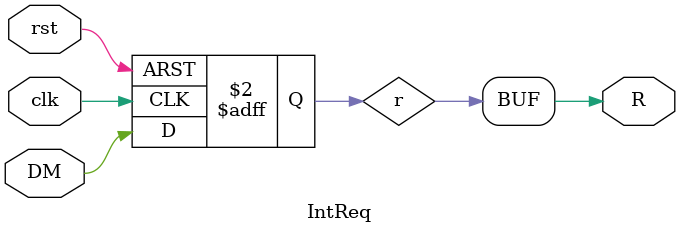
<source format=v>
module IntReq(DM,clk,rst,R);
  input DM;
  input clk;
  input rst;
  output R;
  
  reg r;
  
  assign R=r;
  
  always @ (posedge clk or posedge rst)
  begin
    if(rst)
      r=1'b0;
    else
      r<=DM;
  end
  
endmodule
</source>
